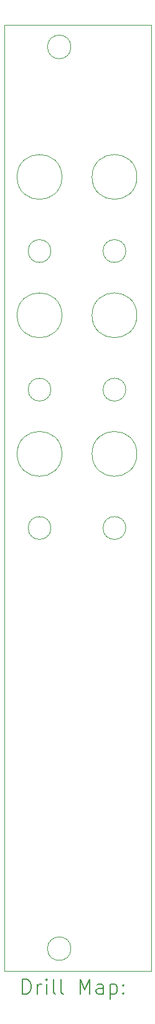
<source format=gbr>
%FSLAX45Y45*%
G04 Gerber Fmt 4.5, Leading zero omitted, Abs format (unit mm)*
G04 Created by KiCad (PCBNEW (6.0.0)) date 2022-06-27 11:42:51*
%MOMM*%
%LPD*%
G01*
G04 APERTURE LIST*
%TA.AperFunction,Profile*%
%ADD10C,0.100000*%
%TD*%
%ADD11C,0.200000*%
G04 APERTURE END LIST*
D10*
X13874900Y-9386800D02*
G75*
G03*
X13874900Y-9386800I-305000J0D01*
G01*
X14893900Y-7504200D02*
G75*
G03*
X14893900Y-7504200I-305000J0D01*
G01*
X14743900Y-8514000D02*
G75*
G03*
X14743900Y-8514000I-155000J0D01*
G01*
X14893900Y-9386800D02*
G75*
G03*
X14893900Y-9386800I-305000J0D01*
G01*
X13724900Y-6631400D02*
G75*
G03*
X13724900Y-6631400I-155000J0D01*
G01*
X13724900Y-10393600D02*
G75*
G03*
X13724900Y-10393600I-155000J0D01*
G01*
X13087600Y-3558400D02*
X15087600Y-3558400D01*
X15087600Y-3558400D02*
X15087600Y-16408400D01*
X15087600Y-16408400D02*
X13087600Y-16408400D01*
X13087600Y-16408400D02*
X13087600Y-3558400D01*
X13874900Y-7504200D02*
G75*
G03*
X13874900Y-7504200I-305000J0D01*
G01*
X13874900Y-5624600D02*
G75*
G03*
X13874900Y-5624600I-305000J0D01*
G01*
X13997600Y-16108400D02*
G75*
G03*
X13997600Y-16108400I-160000J0D01*
G01*
X14893900Y-5624600D02*
G75*
G03*
X14893900Y-5624600I-305000J0D01*
G01*
X13724900Y-8514000D02*
G75*
G03*
X13724900Y-8514000I-155000J0D01*
G01*
X13997600Y-3858400D02*
G75*
G03*
X13997600Y-3858400I-160000J0D01*
G01*
X14743900Y-6631400D02*
G75*
G03*
X14743900Y-6631400I-155000J0D01*
G01*
X14743900Y-10393600D02*
G75*
G03*
X14743900Y-10393600I-155000J0D01*
G01*
D11*
X13340219Y-16723876D02*
X13340219Y-16523876D01*
X13387838Y-16523876D01*
X13416409Y-16533400D01*
X13435457Y-16552448D01*
X13444981Y-16571495D01*
X13454505Y-16609590D01*
X13454505Y-16638162D01*
X13444981Y-16676257D01*
X13435457Y-16695305D01*
X13416409Y-16714352D01*
X13387838Y-16723876D01*
X13340219Y-16723876D01*
X13540219Y-16723876D02*
X13540219Y-16590543D01*
X13540219Y-16628638D02*
X13549743Y-16609590D01*
X13559267Y-16600067D01*
X13578314Y-16590543D01*
X13597362Y-16590543D01*
X13664028Y-16723876D02*
X13664028Y-16590543D01*
X13664028Y-16523876D02*
X13654505Y-16533400D01*
X13664028Y-16542924D01*
X13673552Y-16533400D01*
X13664028Y-16523876D01*
X13664028Y-16542924D01*
X13787838Y-16723876D02*
X13768790Y-16714352D01*
X13759267Y-16695305D01*
X13759267Y-16523876D01*
X13892600Y-16723876D02*
X13873552Y-16714352D01*
X13864028Y-16695305D01*
X13864028Y-16523876D01*
X14121171Y-16723876D02*
X14121171Y-16523876D01*
X14187838Y-16666733D01*
X14254505Y-16523876D01*
X14254505Y-16723876D01*
X14435457Y-16723876D02*
X14435457Y-16619114D01*
X14425933Y-16600067D01*
X14406886Y-16590543D01*
X14368790Y-16590543D01*
X14349743Y-16600067D01*
X14435457Y-16714352D02*
X14416409Y-16723876D01*
X14368790Y-16723876D01*
X14349743Y-16714352D01*
X14340219Y-16695305D01*
X14340219Y-16676257D01*
X14349743Y-16657209D01*
X14368790Y-16647686D01*
X14416409Y-16647686D01*
X14435457Y-16638162D01*
X14530695Y-16590543D02*
X14530695Y-16790543D01*
X14530695Y-16600067D02*
X14549743Y-16590543D01*
X14587838Y-16590543D01*
X14606886Y-16600067D01*
X14616409Y-16609590D01*
X14625933Y-16628638D01*
X14625933Y-16685781D01*
X14616409Y-16704828D01*
X14606886Y-16714352D01*
X14587838Y-16723876D01*
X14549743Y-16723876D01*
X14530695Y-16714352D01*
X14711648Y-16704828D02*
X14721171Y-16714352D01*
X14711648Y-16723876D01*
X14702124Y-16714352D01*
X14711648Y-16704828D01*
X14711648Y-16723876D01*
X14711648Y-16600067D02*
X14721171Y-16609590D01*
X14711648Y-16619114D01*
X14702124Y-16609590D01*
X14711648Y-16600067D01*
X14711648Y-16619114D01*
M02*

</source>
